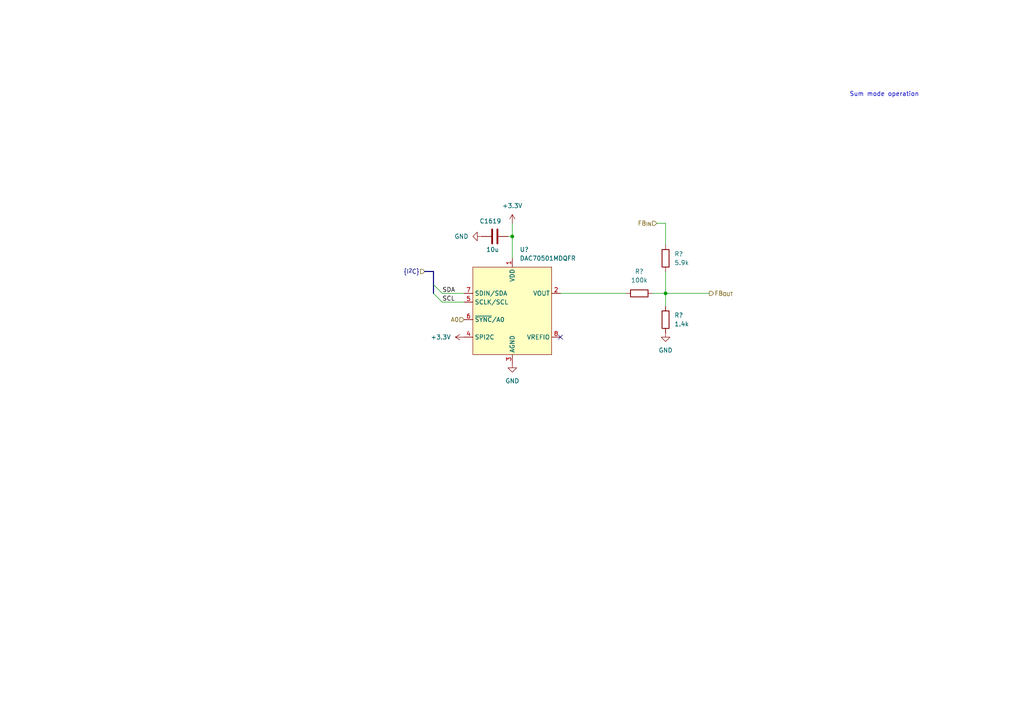
<source format=kicad_sch>
(kicad_sch (version 20250114) (generator "eeschema") (generator_version "9.0")
  (paper "A4")
  (lib_symbols
    (symbol "Device:C" (pin_numbers (hide yes)) (pin_names (offset 0.254))
      (property "Reference" "C" (at 0.635 2.54 0))
      (property "Value" "C" (at 0.635 -2.54 0))
      (symbol "C_0_1"
        (polyline (pts (xy -2.032 0.762) (xy 2.032 0.762)) (stroke (width 0.508)))
        (polyline (pts (xy -2.032 -0.762) (xy 2.032 -0.762)) (stroke (width 0.508)))
      )
      (symbol "C_1_1"
        (pin passive line (at 0 3.81 270) (length 2.794) (name "~") (number "1"))
        (pin passive line (at 0 -3.81 90) (length 2.794) (name "~") (number "2"))
      )
    )
    (symbol "Device:R" (pin_numbers (hide yes)) (pin_names (offset 0))
      (property "Reference" "R" (at 2.032 0 90))
      (property "Value" "R" (at 0 0 90))
      (symbol "R_0_1"
        (rectangle (start -1.016 -2.54) (end 1.016 2.54) (stroke (width 0.254)))
      )
      (symbol "R_1_1"
        (pin passive line (at 0 3.81 270) (length 1.27) (name "~") (number "1"))
        (pin passive line (at 0 -3.81 90) (length 1.27) (name "~") (number "2"))
      )
    )
    (symbol "Power_supply:DAC70501MDQFR"
      (property "Reference" "U" (at 2.794 17.018 0))
      (property "Value" "DAC70501MDQFR" (at 9.906 14.478 0))
      (symbol "DAC70501MDQFR_0_0"
        (pin bidirectional line (at -13.97 5.08 0) (length 2.54) (name "SDIN/SDA") (number "7"))
        (pin input line (at -13.97 2.54 0) (length 2.54) (name "SCLK/SCL") (number "5"))
        (pin input line (at -13.97 -2.54 0) (length 2.54) (name "~{SYNC}/A0") (number "6"))
        (pin input line (at -13.97 -7.62 0) (length 2.54) (name "SPI2C") (number "4"))
        (pin power_in line (at 0 15.24 270) (length 2.54) (name "VDD") (number "1"))
        (pin passive line (at 0 -15.24 90) (length 2.54) (name "AGND") (number "3"))
        (pin output line (at 13.97 5.08 180) (length 2.54) (name "VOUT") (number "2"))
        (pin bidirectional line (at 13.97 -7.62 180) (length 2.54) (name "VREFIO") (number "8"))
      )
      (symbol "DAC70501MDQFR_0_1"
        (rectangle (start -11.43 12.7) (end 11.43 -12.7) (fill (type background)))
      )
    )
    (symbol "power:+3.3V" (power) (pin_numbers (hide yes)) (pin_names (offset 0) (hide yes))
      (property "Value" "+3.3V" (at 0 3.556 0))
      (symbol "+3.3V_0_1"
        (polyline (pts (xy -0.762 1.27) (xy 0 2.54)))
        (polyline (pts (xy 0 2.54) (xy 0.762 1.27)))
        (polyline (pts (xy 0 0) (xy 0 2.54)))
      )
      (symbol "+3.3V_1_1"
        (pin power_in line (at 0 0 90) (length 0) (name "~") (number "1"))
      )
    )
    (symbol "power:GND" (power) (pin_numbers (hide yes)) (pin_names (offset 0) (hide yes))
      (property "Value" "GND" (at 0 -3.81 0))
      (symbol "GND_0_1"
        (polyline (pts (xy 0 0) (xy 0 -1.27) (xy 1.27 -1.27) (xy 0 -2.54) (xy -1.27 -1.27) (xy 0 -1.27)))
      )
      (symbol "GND_1_1"
        (pin power_in line (at 0 0 270) (length 0) (name "~") (number "1"))
      )
    )
  )
  (text "Sum mode operation" (at 246.38 26.67 0) (effects (font (size 1.27 1.27)) (justify left top)))
  (junction (at 148.59 68.58))
  (junction (at 193.04 85.09))
  (no_connect (at 162.56 97.79))
  (bus_entry (at 125.73 82.55) (size 2.54 2.54))
  (bus_entry (at 125.73 85.09) (size 2.54 2.54))
  (bus (pts (xy 125.73 82.55) (xy 125.73 85.09)))
  (wire (pts (xy 162.56 85.09) (xy 181.61 85.09)))
  (wire (pts (xy 128.27 87.63) (xy 134.62 87.63)))
  (wire (pts (xy 193.04 64.77) (xy 193.04 71.12)))
  (wire (pts (xy 193.04 78.74) (xy 193.04 85.09)))
  (bus (pts (xy 125.73 78.74) (xy 125.73 82.55)))
  (wire (pts (xy 148.59 64.77) (xy 148.59 68.58)))
  (wire (pts (xy 148.59 74.93) (xy 148.59 68.58)))
  (wire (pts (xy 193.04 88.9) (xy 193.04 85.09)))
  (wire (pts (xy 193.04 85.09) (xy 205.74 85.09)))
  (bus (pts (xy 123.19 78.74) (xy 125.73 78.74)))
  (wire (pts (xy 193.04 85.09) (xy 189.23 85.09)))
  (wire (pts (xy 148.59 68.58) (xy 147.32 68.58)))
  (wire (pts (xy 128.27 85.09) (xy 134.62 85.09)))
  (wire (pts (xy 190.5 64.77) (xy 193.04 64.77)))
  (label "SDA" (at 128.27 85.09 0))
  (label "SCL" (at 128.27 87.63 0))
  (hierarchical_label "A0" (shape input) (at 134.62 92.71 180))
  (hierarchical_label "FB_{IN}" (shape input) (at 190.5 64.77 180))
  (hierarchical_label "FB_{OUT}" (shape output) (at 205.74 85.09 0))
  (hierarchical_label "{I^{2}C}" (shape input) (at 123.19 78.74 180))
  (symbol (lib_id "Device:R") (at 185.42 85.09 90) (unit 1)
    (property "Reference" "R1502" (at 185.42 78.74 90))
    (property "Value" "100k" (at 185.42 81.28 90))
    (property "Description" "Resistor" (effects (hide yes)))
    (instances (project "Power_unit_A1" (path "" (reference "R?") (unit 1)) (path "" (reference "R1502") (unit 1))))
  )
  (symbol (lib_id "Device:R") (at 193.04 92.71 0) (unit 1)
    (property "Reference" "R1504" (at 195.58 91.4399 0) (effects (justify left)))
    (property "Value" "1.4k" (at 195.58 93.9799 0) (effects (justify left)))
    (property "Description" "Resistor" (effects (hide yes)))
    (instances (project "Power_unit_A1" (path "" (reference "R?") (unit 1)) (path "" (reference "R1504") (unit 1))))
  )
  (symbol (lib_id "power:GND") (at 148.59 105.41 0) (unit 1)
    (property "Reference" "#PWR01506" (effects (hide yes)))
    (property "Value" "GND" (at 148.59 110.49 0))
    (property "Description" "Power symbol creates a global label with name \"GND\" , ground" (effects (hide yes)))
    (instances (project "Power_unit_A1" (path "" (reference "#PWR?") (unit 1)) (path "" (reference "#PWR01506") (unit 1))))
  )
  (symbol (lib_id "Power_supply:DAC70501MDQFR") (at 148.59 90.17 0) (unit 1)
    (property "Reference" "U1502" (at 150.7333 72.39 0) (effects (justify left)))
    (property "Value" "DAC70501MDQFR" (at 150.7333 74.93 0) (effects (justify left)))
    (property "Footprint" "Power_supply:Texas_DQF0008A_WSON-8_2x2mm_P0.8mm" (effects (hide yes)))
    (property "Datasheet" "https://www.ti.com/lit/ds/symlink/dac70501.pdf?ts=1758449264718" (effects (hide yes)))
    (instances (project "Power_unit_A1" (path "" (reference "U?") (unit 1)) (path "" (reference "U1502") (unit 1))))
  )
  (symbol (lib_id "power:GND") (at 139.7 68.58 270) (unit 1)
    (property "Reference" "#PWR01504" (effects (hide yes)))
    (property "Value" "GND" (at 135.89 68.5799 90) (effects (justify right)))
    (property "Description" "Power symbol creates a global label with name \"GND\" , ground" (effects (hide yes)))
    (instances (project "Power_unit_A1" (path "" (reference "#PWR?") (unit 1)) (path "" (reference "#PWR01504") (unit 1))))
  )
  (symbol (lib_id "power:GND") (at 193.04 96.52 0) (unit 1)
    (property "Reference" "#PWR01507" (effects (hide yes)))
    (property "Value" "GND" (at 193.04 101.6 0))
    (property "Description" "Power symbol creates a global label with name \"GND\" , ground" (effects (hide yes)))
    (instances (project "Power_unit_A1" (path "" (reference "#PWR01622") (unit 1)) (path "" (reference "#PWR01507") (unit 1))))
  )
  (symbol (lib_id "Device:C") (at 143.51 68.58 90) (mirror x) (unit 1)
    (property "Reference" "C1501" (at 142.24 64.135 90))
    (property "Value" "10u" (at 142.875 72.39 90))
    (property "Description" "Unpolarized capacitor" (effects (hide yes)))
    (instances (project "Power_unit_A1" (path "" (reference "C1619") (unit 1)) (path "" (reference "C1501") (unit 1))))
  )
  (symbol (lib_id "power:+3.3V") (at 148.59 64.77 0) (unit 1)
    (property "Reference" "#PWR01505" (effects (hide yes)))
    (property "Value" "+3.3V" (at 148.59 59.69 0))
    (property "Description" "Power symbol creates a global label with name \"+3.3V\"" (effects (hide yes)))
    (instances (project "Power_unit_A1" (path "" (reference "#PWR?") (unit 1)) (path "" (reference "#PWR01505") (unit 1))))
  )
  (symbol (lib_id "power:+3.3V") (at 134.62 97.79 90) (unit 1)
    (property "Reference" "#PWR01503" (effects (hide yes)))
    (property "Value" "+3.3V" (at 130.81 97.7899 90) (effects (justify left)))
    (property "Description" "Power symbol creates a global label with name \"+3.3V\"" (effects (hide yes)))
    (instances (project "Power_unit_A1" (path "" (reference "#PWR01621") (unit 1)) (path "" (reference "#PWR01503") (unit 1))))
  )
  (symbol (lib_id "Device:R") (at 193.04 74.93 0) (unit 1)
    (property "Reference" "R1503" (at 195.58 73.6599 0) (effects (justify left)))
    (property "Value" "5.9k" (at 195.58 76.1999 0) (effects (justify left)))
    (property "Description" "Resistor" (effects (hide yes)))
    (instances (project "Power_unit_A1" (path "" (reference "R?") (unit 1)) (path "" (reference "R1503") (unit 1))))
  )
)
</source>
